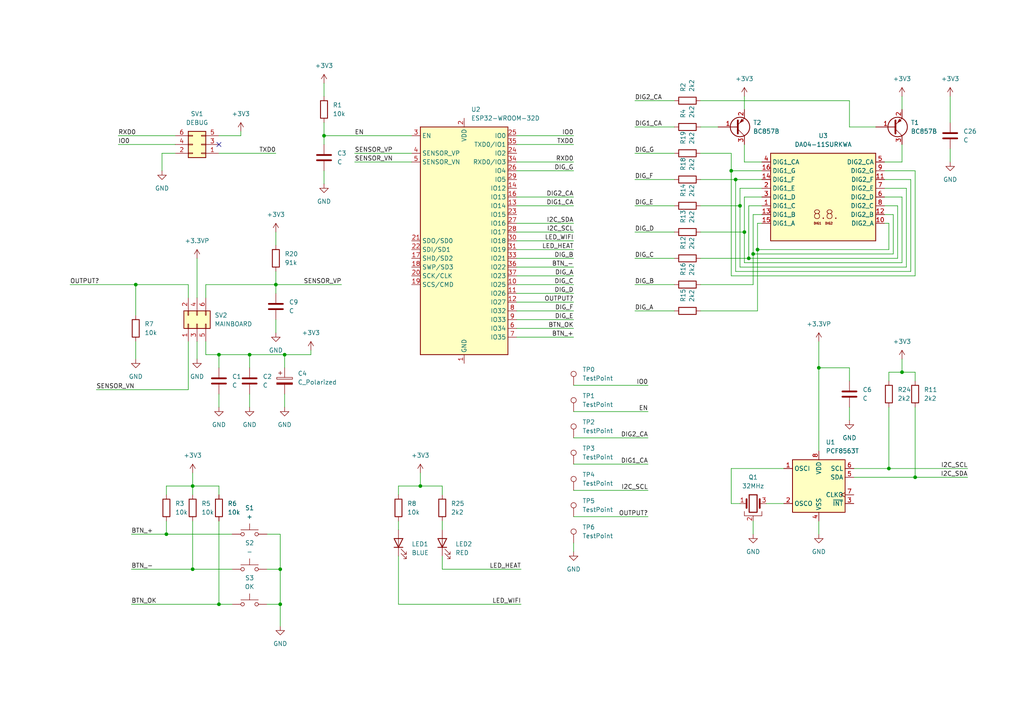
<source format=kicad_sch>
(kicad_sch (version 20230121) (generator eeschema)
  (paper "A4")
  (title_block (title "Adax ESP32 Carrier Board") (date "2022-01-28") (rev "1") (company "James Turton") (comment 1 "Reverse engineered from version 5.2"))
  (lib_symbols
    (symbol "Connector:TestPoint" (pin_numbers hide) (pin_names (offset 0.762) hide)
      (property "Reference" "TP" (at 0 6.858 0))
      (property "Value" "TestPoint" (at 0 5.08 0))
      (symbol "TestPoint_0_1"
        (circle (center 0 3.302) (radius 0.762))
      )
      (symbol "TestPoint_1_1"
        (pin passive line (at 0 0 90) (length 2.54) (name "1") (number "1"))
      )
    )
    (symbol "Connector_Generic:Conn_02x03_Odd_Even" (pin_names (offset 1.016) hide)
      (property "Reference" "J" (at 1.27 5.08 0))
      (property "Value" "Conn_02x03_Odd_Even" (at 1.27 -5.08 0))
      (symbol "Conn_02x03_Odd_Even_1_1"
        (rectangle (start -1.27 -2.413) (end 0 -2.667) (stroke (width 0.1524)))
        (rectangle (start -1.27 0.127) (end 0 -0.127) (stroke (width 0.1524)))
        (rectangle (start -1.27 2.667) (end 0 2.413) (stroke (width 0.1524)))
        (rectangle (start -1.27 3.81) (end 3.81 -3.81) (stroke (width 0.254)) (fill (type background)))
        (rectangle (start 3.81 -2.413) (end 2.54 -2.667) (stroke (width 0.1524)))
        (rectangle (start 3.81 0.127) (end 2.54 -0.127) (stroke (width 0.1524)))
        (rectangle (start 3.81 2.667) (end 2.54 2.413) (stroke (width 0.1524)))
        (pin passive line (at -5.08 2.54 0) (length 3.81) (name "Pin_1") (number "1"))
        (pin passive line (at 7.62 2.54 180) (length 3.81) (name "Pin_2") (number "2"))
        (pin passive line (at -5.08 0 0) (length 3.81) (name "Pin_3") (number "3"))
        (pin passive line (at 7.62 0 180) (length 3.81) (name "Pin_4") (number "4"))
        (pin passive line (at -5.08 -2.54 0) (length 3.81) (name "Pin_5") (number "5"))
        (pin passive line (at 7.62 -2.54 180) (length 3.81) (name "Pin_6") (number "6"))
      )
    )
    (symbol "Device:C" (pin_numbers hide) (pin_names (offset 0.254))
      (property "Reference" "C" (at 0.635 2.54 0))
      (property "Value" "C" (at 0.635 -2.54 0))
      (symbol "C_0_1"
        (polyline (pts (xy -2.032 -0.762) (xy 2.032 -0.762)) (stroke (width 0.508)))
        (polyline (pts (xy -2.032 0.762) (xy 2.032 0.762)) (stroke (width 0.508)))
      )
      (symbol "C_1_1"
        (pin passive line (at 0 3.81 270) (length 2.794) (name "~") (number "1"))
        (pin passive line (at 0 -3.81 90) (length 2.794) (name "~") (number "2"))
      )
    )
    (symbol "Device:C_Polarized" (pin_numbers hide) (pin_names (offset 0.254))
      (property "Reference" "C" (at 0.635 2.54 0))
      (property "Value" "C_Polarized" (at 0.635 -2.54 0))
      (symbol "C_Polarized_0_1"
        (rectangle (start -2.286 0.508) (end 2.286 1.016))
        (polyline (pts (xy -1.778 2.286) (xy -0.762 2.286)))
        (polyline (pts (xy -1.27 2.794) (xy -1.27 1.778)))
        (rectangle (start 2.286 -0.508) (end -2.286 -1.016) (fill (type outline)))
      )
      (symbol "C_Polarized_1_1"
        (pin passive line (at 0 3.81 270) (length 2.794) (name "~") (number "1"))
        (pin passive line (at 0 -3.81 90) (length 2.794) (name "~") (number "2"))
      )
    )
    (symbol "Device:Crystal_GND2" (pin_names (offset 1.016) hide)
      (property "Reference" "Y" (at 0 5.715 0))
      (property "Value" "Crystal_GND2" (at 0 3.81 0))
      (symbol "Crystal_GND2_0_1"
        (rectangle (start -1.143 2.54) (end 1.143 -2.54) (stroke (width 0.3048)))
        (polyline (pts (xy -2.54 0) (xy -1.905 0)))
        (polyline (pts (xy -1.905 -1.27) (xy -1.905 1.27)) (stroke (width 0.508)))
        (polyline (pts (xy 0 -3.81) (xy 0 -3.556)))
        (polyline (pts (xy 1.905 0) (xy 2.54 0)))
        (polyline (pts (xy 1.905 1.27) (xy 1.905 -1.27)) (stroke (width 0.508)))
        (polyline (pts (xy -2.54 -2.286) (xy -2.54 -3.556) (xy 2.54 -3.556) (xy 2.54 -2.286)))
      )
      (symbol "Crystal_GND2_1_1"
        (pin passive line (at -3.81 0 0) (length 1.27) (name "1") (number "1"))
        (pin passive line (at 0 -5.08 90) (length 1.27) (name "2") (number "2"))
        (pin passive line (at 3.81 0 180) (length 1.27) (name "3") (number "3"))
      )
    )
    (symbol "Device:LED" (pin_numbers hide) (pin_names (offset 1.016) hide)
      (property "Reference" "D" (at 0 2.54 0))
      (property "Value" "LED" (at 0 -2.54 0))
      (symbol "LED_0_1"
        (polyline (pts (xy -1.27 -1.27) (xy -1.27 1.27)) (stroke (width 0.254)))
        (polyline (pts (xy -1.27 0) (xy 1.27 0)))
        (polyline (pts (xy 1.27 -1.27) (xy 1.27 1.27) (xy -1.27 0) (xy 1.27 -1.27)) (stroke (width 0.254)))
        (polyline (pts (xy -3.048 -0.762) (xy -4.572 -2.286) (xy -3.81 -2.286) (xy -4.572 -2.286) (xy -4.572 -1.524)))
        (polyline (pts (xy -1.778 -0.762) (xy -3.302 -2.286) (xy -2.54 -2.286) (xy -3.302 -2.286) (xy -3.302 -1.524)))
      )
      (symbol "LED_1_1"
        (pin passive line (at -3.81 0 0) (length 2.54) (name "K") (number "1"))
        (pin passive line (at 3.81 0 180) (length 2.54) (name "A") (number "2"))
      )
    )
    (symbol "Device:Q_PNP_BEC" (pin_names (offset 0) hide)
      (property "Reference" "Q" (at 5.08 1.27 0))
      (property "Value" "Q_PNP_BEC" (at 5.08 -1.27 0))
      (symbol "Q_PNP_BEC_0_1"
        (polyline (pts (xy 0.635 0.635) (xy 2.54 2.54)))
        (polyline (pts (xy 0.635 -0.635) (xy 2.54 -2.54) (xy 2.54 -2.54)))
        (polyline (pts (xy 0.635 1.905) (xy 0.635 -1.905) (xy 0.635 -1.905)) (stroke (width 0.508)))
        (polyline (pts (xy 2.286 -1.778) (xy 1.778 -2.286) (xy 1.27 -1.27) (xy 2.286 -1.778) (xy 2.286 -1.778)) (fill (type outline)))
        (circle (center 1.27 0) (radius 2.8194) (stroke (width 0.254)))
      )
      (symbol "Q_PNP_BEC_1_1"
        (pin input line (at -5.08 0 0) (length 5.715) (name "B") (number "1"))
        (pin passive line (at 2.54 -5.08 90) (length 2.54) (name "E") (number "2"))
        (pin passive line (at 2.54 5.08 270) (length 2.54) (name "C") (number "3"))
      )
    )
    (symbol "Device:R" (pin_numbers hide) (pin_names (offset 0))
      (property "Reference" "R" (at 2.032 0 90))
      (property "Value" "R" (at 0 0 90))
      (symbol "R_0_1"
        (rectangle (start -1.016 -2.54) (end 1.016 2.54) (stroke (width 0.254)))
      )
      (symbol "R_1_1"
        (pin passive line (at 0 3.81 270) (length 1.27) (name "~") (number "1"))
        (pin passive line (at 0 -3.81 90) (length 1.27) (name "~") (number "2"))
      )
    )
    (symbol "Display_Character:DA04-11SURKWA"
      (property "Reference" "U" (at -13.97 13.97 0))
      (property "Value" "DA04-11SURKWA" (at 15.24 13.97 0))
      (symbol "DA04-11SURKWA_0_0"
        (text "8.8." (at 0.635 5.08 0) (effects (font (size 2.54 2.54))))
        (text "DIG1" (at -1.651 7.62 0) (effects (font (size 0.635 0.635))))
        (text "DIG2" (at 1.651 7.62 0) (effects (font (size 0.635 0.635))))
      )
      (symbol "DA04-11SURKWA_0_1"
        (rectangle (start -15.24 12.7) (end 15.24 -12.7) (stroke (width 0.254)) (fill (type background)))
      )
      (symbol "DA04-11SURKWA_1_1"
        (pin input line (at -17.78 2.54 0) (length 2.54) (name "DIG1_C") (number "1"))
        (pin input line (at 17.78 7.62 180) (length 2.54) (name "DIG2_A") (number "10"))
        (pin input line (at 17.78 -5.08 180) (length 2.54) (name "DIG2_F") (number "11"))
        (pin input line (at 17.78 5.08 180) (length 2.54) (name "DIG2_B") (number "12"))
        (pin input line (at -17.78 5.08 0) (length 2.54) (name "DIG1_B") (number "13"))
        (pin input line (at -17.78 -5.08 0) (length 2.54) (name "DIG1_F") (number "14"))
        (pin input line (at -17.78 7.62 0) (length 2.54) (name "DIG1_A") (number "15"))
        (pin input line (at -17.78 -7.62 0) (length 2.54) (name "DIG1_G") (number "16"))
        (pin input line (at -17.78 -2.54 0) (length 2.54) (name "DIG1_E") (number "2"))
        (pin input line (at -17.78 0 0) (length 2.54) (name "DIG1_D") (number "3"))
        (pin input line (at -17.78 -10.16 0) (length 2.54) (name "DIG1_CA") (number "4"))
        (pin input line (at 17.78 -10.16 180) (length 2.54) (name "DIG2_CA") (number "5"))
        (pin input line (at 17.78 0 180) (length 2.54) (name "DIG2_D") (number "6"))
        (pin input line (at 17.78 -2.54 180) (length 2.54) (name "DIG2_E") (number "7"))
        (pin input line (at 17.78 2.54 180) (length 2.54) (name "DIG2_C") (number "8"))
        (pin input line (at 17.78 -7.62 180) (length 2.54) (name "DIG2_G") (number "9"))
      )
    )
    (symbol "RF_Module:ESP32-WROOM-32D"
      (property "Reference" "U" (at -12.7 34.29 0))
      (property "Value" "ESP32-WROOM-32D" (at 1.27 34.29 0))
      (symbol "ESP32-WROOM-32D_0_1"
        (rectangle (start -12.7 33.02) (end 12.7 -33.02) (stroke (width 0.254)) (fill (type background)))
      )
      (symbol "ESP32-WROOM-32D_1_1"
        (pin power_in line (at 0 -35.56 90) (length 2.54) (name "GND") (number "1"))
        (pin bidirectional line (at 15.24 -12.7 180) (length 2.54) (name "IO25") (number "10"))
        (pin bidirectional line (at 15.24 -15.24 180) (length 2.54) (name "IO26") (number "11"))
        (pin bidirectional line (at 15.24 -17.78 180) (length 2.54) (name "IO27") (number "12"))
        (pin bidirectional line (at 15.24 10.16 180) (length 2.54) (name "IO14") (number "13"))
        (pin bidirectional line (at 15.24 15.24 180) (length 2.54) (name "IO12") (number "14"))
        (pin passive line (at 0 -35.56 90) (length 2.54) hide (name "GND") (number "15"))
        (pin bidirectional line (at 15.24 12.7 180) (length 2.54) (name "IO13") (number "16"))
        (pin bidirectional line (at -15.24 -5.08 0) (length 2.54) (name "SHD/SD2") (number "17"))
        (pin bidirectional line (at -15.24 -7.62 0) (length 2.54) (name "SWP/SD3") (number "18"))
        (pin bidirectional line (at -15.24 -12.7 0) (length 2.54) (name "SCS/CMD") (number "19"))
        (pin power_in line (at 0 35.56 270) (length 2.54) (name "VDD") (number "2"))
        (pin bidirectional line (at -15.24 -10.16 0) (length 2.54) (name "SCK/CLK") (number "20"))
        (pin bidirectional line (at -15.24 0 0) (length 2.54) (name "SDO/SD0") (number "21"))
        (pin bidirectional line (at -15.24 -2.54 0) (length 2.54) (name "SDI/SD1") (number "22"))
        (pin bidirectional line (at 15.24 7.62 180) (length 2.54) (name "IO15") (number "23"))
        (pin bidirectional line (at 15.24 25.4 180) (length 2.54) (name "IO2") (number "24"))
        (pin bidirectional line (at 15.24 30.48 180) (length 2.54) (name "IO0") (number "25"))
        (pin bidirectional line (at 15.24 20.32 180) (length 2.54) (name "IO4") (number "26"))
        (pin bidirectional line (at 15.24 5.08 180) (length 2.54) (name "IO16") (number "27"))
        (pin bidirectional line (at 15.24 2.54 180) (length 2.54) (name "IO17") (number "28"))
        (pin bidirectional line (at 15.24 17.78 180) (length 2.54) (name "IO5") (number "29"))
        (pin input line (at -15.24 30.48 0) (length 2.54) (name "EN") (number "3"))
        (pin bidirectional line (at 15.24 0 180) (length 2.54) (name "IO18") (number "30"))
        (pin bidirectional line (at 15.24 -2.54 180) (length 2.54) (name "IO19") (number "31"))
        (pin no_connect line (at -12.7 -27.94 0) (length 2.54) hide (name "NC") (number "32"))
        (pin bidirectional line (at 15.24 -5.08 180) (length 2.54) (name "IO21") (number "33"))
        (pin bidirectional line (at 15.24 22.86 180) (length 2.54) (name "RXD0/IO3") (number "34"))
        (pin bidirectional line (at 15.24 27.94 180) (length 2.54) (name "TXD0/IO1") (number "35"))
        (pin bidirectional line (at 15.24 -7.62 180) (length 2.54) (name "IO22") (number "36"))
        (pin bidirectional line (at 15.24 -10.16 180) (length 2.54) (name "IO23") (number "37"))
        (pin passive line (at 0 -35.56 90) (length 2.54) hide (name "GND") (number "38"))
        (pin passive line (at 0 -35.56 90) (length 2.54) hide (name "GND") (number "39"))
        (pin input line (at -15.24 25.4 0) (length 2.54) (name "SENSOR_VP") (number "4"))
        (pin input line (at -15.24 22.86 0) (length 2.54) (name "SENSOR_VN") (number "5"))
        (pin input line (at 15.24 -25.4 180) (length 2.54) (name "IO34") (number "6"))
        (pin input line (at 15.24 -27.94 180) (length 2.54) (name "IO35") (number "7"))
        (pin bidirectional line (at 15.24 -20.32 180) (length 2.54) (name "IO32") (number "8"))
        (pin bidirectional line (at 15.24 -22.86 180) (length 2.54) (name "IO33") (number "9"))
      )
    )
    (symbol "Switch:SW_Push" (pin_numbers hide) (pin_names (offset 1.016) hide)
      (property "Reference" "SW" (at 1.27 2.54 0))
      (property "Value" "SW_Push" (at 0 -1.524 0))
      (symbol "SW_Push_0_1"
        (circle (center -2.032 0) (radius 0.508))
        (polyline (pts (xy 0 1.27) (xy 0 3.048)))
        (polyline (pts (xy 2.54 1.27) (xy -2.54 1.27)))
        (circle (center 2.032 0) (radius 0.508))
        (pin passive line (at -5.08 0 0) (length 2.54) (name "1") (number "1"))
        (pin passive line (at 5.08 0 180) (length 2.54) (name "2") (number "2"))
      )
    )
    (symbol "Timer_RTC:PCF8563T"
      (property "Reference" "U" (at -7.62 8.89 0))
      (property "Value" "PCF8563T" (at 2.54 8.89 0))
      (symbol "PCF8563T_0_1"
        (rectangle (start -7.62 7.62) (end 7.62 -7.62) (stroke (width 0.254)) (fill (type background)))
      )
      (symbol "PCF8563T_1_1"
        (pin input line (at -10.16 5.08 0) (length 2.54) (name "OSCI") (number "1"))
        (pin output line (at -10.16 -5.08 0) (length 2.54) (name "OSCO") (number "2"))
        (pin output line (at 10.16 -5.08 180) (length 2.54) (name "~{INT}") (number "3"))
        (pin power_in line (at 0 -10.16 90) (length 2.54) (name "VSS") (number "4"))
        (pin bidirectional line (at 10.16 2.54 180) (length 2.54) (name "SDA") (number "5"))
        (pin input line (at 10.16 5.08 180) (length 2.54) (name "SCL") (number "6"))
        (pin output clock (at 10.16 -2.54 180) (length 2.54) (name "CLKO") (number "7"))
        (pin power_in line (at 0 10.16 270) (length 2.54) (name "VDD") (number "8"))
      )
    )
    (symbol "power:+3.3VP" (power) (pin_names (offset 0))
      (property "Value" "+3.3VP" (at 0 2.54 0))
      (symbol "+3.3VP_0_0"
        (pin power_in line (at 0 0 90) (length 0) hide (name "+3.3VP") (number "1"))
      )
      (symbol "+3.3VP_0_1"
        (polyline (pts (xy -0.762 1.27) (xy 0 2.54)))
        (polyline (pts (xy 0 0) (xy 0 2.54)))
        (polyline (pts (xy 0 2.54) (xy 0.762 1.27)))
      )
    )
    (symbol "power:+3V3" (power) (pin_names (offset 0))
      (property "Value" "+3V3" (at 0 3.556 0))
      (symbol "+3V3_0_1"
        (polyline (pts (xy -0.762 1.27) (xy 0 2.54)))
        (polyline (pts (xy 0 0) (xy 0 2.54)))
        (polyline (pts (xy 0 2.54) (xy 0.762 1.27)))
      )
      (symbol "+3V3_1_1"
        (pin power_in line (at 0 0 90) (length 0) hide (name "+3V3") (number "1"))
      )
    )
    (symbol "power:GND" (power) (pin_names (offset 0))
      (property "Value" "GND" (at 0 -3.81 0))
      (symbol "GND_0_1"
        (polyline (pts (xy 0 0) (xy 0 -1.27) (xy 1.27 -1.27) (xy 0 -2.54) (xy -1.27 -1.27) (xy 0 -1.27)))
      )
      (symbol "GND_1_1"
        (pin power_in line (at 0 0 270) (length 0) hide (name "GND") (number "1"))
      )
    )
  )
  (junction (at 63.5 102.87))
  (junction (at 213.36 52.07))
  (junction (at 219.71 72.39))
  (junction (at 82.55 102.87))
  (junction (at 215.9 67.31))
  (junction (at 214.63 59.69))
  (junction (at 93.98 39.37))
  (junction (at 81.28 175.26))
  (junction (at 63.5 175.26))
  (junction (at 218.44 73.66))
  (junction (at 55.88 165.1))
  (junction (at 72.39 102.87))
  (junction (at 121.92 140.97))
  (junction (at 257.81 135.89))
  (junction (at 55.88 140.97))
  (junction (at 261.62 107.95))
  (junction (at 265.43 138.43))
  (junction (at 212.09 49.53))
  (junction (at 81.28 165.1))
  (junction (at 39.37 82.55))
  (junction (at 217.17 74.93))
  (junction (at 48.26 154.94))
  (junction (at 237.49 106.68))
  (junction (at 80.01 82.55))
  (no_connect (at 63.5 41.91))
  (wire (pts (xy 80.01 92.71) (xy 80.01 96.52)))
  (wire (pts (xy 59.69 99.06) (xy 59.69 102.87)))
  (wire (pts (xy 38.1 154.94) (xy 48.26 154.94)))
  (wire (pts (xy 260.35 59.69) (xy 256.54 59.69)))
  (wire (pts (xy 115.57 161.29) (xy 115.57 175.26)))
  (wire (pts (xy 121.92 140.97) (xy 128.27 140.97)))
  (wire (pts (xy 212.09 146.05) (xy 214.63 146.05)))
  (wire (pts (xy 237.49 130.81) (xy 237.49 106.68)))
  (wire (pts (xy 220.98 62.23) (xy 218.44 62.23)))
  (wire (pts (xy 93.98 39.37) (xy 93.98 41.91)))
  (wire (pts (xy 212.09 80.01) (xy 265.43 80.01)))
  (wire (pts (xy 93.98 39.37) (xy 119.38 39.37)))
  (wire (pts (xy 77.47 175.26) (xy 81.28 175.26)))
  (wire (pts (xy 213.36 78.74) (xy 264.16 78.74)))
  (wire (pts (xy 215.9 57.15) (xy 215.9 67.31)))
  (wire (pts (xy 149.86 64.77) (xy 166.37 64.77)))
  (wire (pts (xy 149.86 46.99) (xy 166.37 46.99)))
  (wire (pts (xy 63.5 114.3) (xy 63.5 118.11)))
  (wire (pts (xy 203.2 90.17) (xy 219.71 90.17)))
  (wire (pts (xy 256.54 46.99) (xy 261.62 46.99)))
  (wire (pts (xy 93.98 24.13) (xy 93.98 27.94)))
  (wire (pts (xy 203.2 44.45) (xy 212.09 44.45)))
  (wire (pts (xy 265.43 138.43) (xy 280.67 138.43)))
  (wire (pts (xy 128.27 161.29) (xy 128.27 165.1)))
  (wire (pts (xy 247.65 135.89) (xy 257.81 135.89)))
  (wire (pts (xy 203.2 74.93) (xy 217.17 74.93)))
  (wire (pts (xy 237.49 106.68) (xy 237.49 99.06)))
  (wire (pts (xy 77.47 154.94) (xy 81.28 154.94)))
  (wire (pts (xy 34.29 41.91) (xy 50.8 41.91)))
  (wire (pts (xy 220.98 49.53) (xy 212.09 49.53)))
  (wire (pts (xy 48.26 154.94) (xy 67.31 154.94)))
  (wire (pts (xy 212.09 49.53) (xy 212.09 80.01)))
  (wire (pts (xy 257.81 118.11) (xy 257.81 135.89)))
  (wire (pts (xy 275.59 43.18) (xy 275.59 46.99)))
  (wire (pts (xy 184.15 67.31) (xy 195.58 67.31)))
  (wire (pts (xy 217.17 59.69) (xy 217.17 74.93)))
  (wire (pts (xy 166.37 87.63) (xy 149.86 87.63)))
  (wire (pts (xy 149.86 41.91) (xy 166.37 41.91)))
  (wire (pts (xy 166.37 157.48) (xy 166.37 160.02)))
  (wire (pts (xy 46.99 44.45) (xy 46.99 49.53)))
  (wire (pts (xy 259.08 62.23) (xy 256.54 62.23)))
  (wire (pts (xy 149.86 82.55) (xy 166.37 82.55)))
  (wire (pts (xy 77.47 165.1) (xy 81.28 165.1)))
  (wire (pts (xy 63.5 44.45) (xy 80.01 44.45)))
  (wire (pts (xy 63.5 102.87) (xy 63.5 106.68)))
  (wire (pts (xy 184.15 29.21) (xy 195.58 29.21)))
  (wire (pts (xy 261.62 46.99) (xy 261.62 41.91)))
  (wire (pts (xy 247.65 138.43) (xy 265.43 138.43)))
  (wire (pts (xy 80.01 82.55) (xy 99.06 82.55)))
  (wire (pts (xy 203.2 59.69) (xy 214.63 59.69)))
  (wire (pts (xy 215.9 41.91) (xy 215.9 46.99)))
  (wire (pts (xy 54.61 82.55) (xy 54.61 86.36)))
  (wire (pts (xy 215.9 27.94) (xy 215.9 31.75)))
  (wire (pts (xy 265.43 118.11) (xy 265.43 138.43)))
  (wire (pts (xy 80.01 78.74) (xy 80.01 82.55)))
  (wire (pts (xy 128.27 151.13) (xy 128.27 153.67)))
  (wire (pts (xy 203.2 52.07) (xy 213.36 52.07)))
  (wire (pts (xy 257.81 110.49) (xy 257.81 107.95)))
  (wire (pts (xy 149.86 74.93) (xy 166.37 74.93)))
  (wire (pts (xy 218.44 151.13) (xy 218.44 154.94)))
  (wire (pts (xy 102.87 46.99) (xy 119.38 46.99)))
  (wire (pts (xy 72.39 102.87) (xy 82.55 102.87)))
  (wire (pts (xy 82.55 102.87) (xy 82.55 106.68)))
  (wire (pts (xy 184.15 59.69) (xy 195.58 59.69)))
  (wire (pts (xy 48.26 143.51) (xy 48.26 140.97)))
  (wire (pts (xy 220.98 64.77) (xy 219.71 64.77)))
  (wire (pts (xy 264.16 52.07) (xy 256.54 52.07)))
  (wire (pts (xy 90.17 102.87) (xy 90.17 101.6)))
  (wire (pts (xy 220.98 59.69) (xy 217.17 59.69)))
  (wire (pts (xy 275.59 27.94) (xy 275.59 35.56)))
  (wire (pts (xy 128.27 140.97) (xy 128.27 143.51)))
  (wire (pts (xy 55.88 140.97) (xy 55.88 137.16)))
  (wire (pts (xy 59.69 86.36) (xy 59.69 82.55)))
  (wire (pts (xy 256.54 57.15) (xy 261.62 57.15)))
  (wire (pts (xy 203.2 67.31) (xy 215.9 67.31)))
  (wire (pts (xy 38.1 165.1) (xy 55.88 165.1)))
  (wire (pts (xy 115.57 175.26) (xy 151.13 175.26)))
  (wire (pts (xy 220.98 54.61) (xy 214.63 54.61)))
  (wire (pts (xy 48.26 140.97) (xy 55.88 140.97)))
  (wire (pts (xy 57.15 99.06) (xy 57.15 104.14)))
  (wire (pts (xy 261.62 27.94) (xy 261.62 31.75)))
  (wire (pts (xy 81.28 175.26) (xy 81.28 181.61)))
  (wire (pts (xy 259.08 73.66) (xy 259.08 62.23)))
  (wire (pts (xy 166.37 77.47) (xy 149.86 77.47)))
  (wire (pts (xy 257.81 72.39) (xy 257.81 64.77)))
  (wire (pts (xy 246.38 118.11) (xy 246.38 121.92)))
  (wire (pts (xy 215.9 76.2) (xy 261.62 76.2)))
  (wire (pts (xy 102.87 44.45) (xy 119.38 44.45)))
  (wire (pts (xy 63.5 140.97) (xy 55.88 140.97)))
  (wire (pts (xy 59.69 82.55) (xy 80.01 82.55)))
  (wire (pts (xy 166.37 134.62) (xy 187.96 134.62)))
  (wire (pts (xy 149.86 49.53) (xy 166.37 49.53)))
  (wire (pts (xy 82.55 114.3) (xy 82.55 118.11)))
  (wire (pts (xy 63.5 151.13) (xy 63.5 175.26)))
  (wire (pts (xy 166.37 95.25) (xy 149.86 95.25)))
  (wire (pts (xy 212.09 146.05) (xy 212.09 135.89)))
  (wire (pts (xy 203.2 36.83) (xy 208.28 36.83)))
  (wire (pts (xy 166.37 39.37) (xy 149.86 39.37)))
  (wire (pts (xy 166.37 149.86) (xy 187.96 149.86)))
  (wire (pts (xy 166.37 127) (xy 187.96 127)))
  (wire (pts (xy 220.98 52.07) (xy 213.36 52.07)))
  (wire (pts (xy 166.37 142.24) (xy 187.96 142.24)))
  (wire (pts (xy 215.9 67.31) (xy 215.9 76.2)))
  (wire (pts (xy 262.89 77.47) (xy 262.89 54.61)))
  (wire (pts (xy 149.86 92.71) (xy 166.37 92.71)))
  (wire (pts (xy 80.01 82.55) (xy 80.01 85.09)))
  (wire (pts (xy 81.28 154.94) (xy 81.28 165.1)))
  (wire (pts (xy 63.5 143.51) (xy 63.5 140.97)))
  (wire (pts (xy 46.99 44.45) (xy 50.8 44.45)))
  (wire (pts (xy 55.88 140.97) (xy 55.88 143.51)))
  (wire (pts (xy 218.44 82.55) (xy 218.44 73.66)))
  (wire (pts (xy 261.62 76.2) (xy 261.62 57.15)))
  (wire (pts (xy 166.37 90.17) (xy 149.86 90.17)))
  (wire (pts (xy 80.01 67.31) (xy 80.01 71.12)))
  (wire (pts (xy 63.5 39.37) (xy 69.85 39.37)))
  (wire (pts (xy 184.15 52.07) (xy 195.58 52.07)))
  (wire (pts (xy 38.1 175.26) (xy 63.5 175.26)))
  (wire (pts (xy 220.98 57.15) (xy 215.9 57.15)))
  (wire (pts (xy 166.37 97.79) (xy 149.86 97.79)))
  (wire (pts (xy 213.36 52.07) (xy 213.36 78.74)))
  (wire (pts (xy 93.98 35.56) (xy 93.98 39.37)))
  (wire (pts (xy 219.71 90.17) (xy 219.71 72.39)))
  (wire (pts (xy 115.57 151.13) (xy 115.57 153.67)))
  (wire (pts (xy 39.37 99.06) (xy 39.37 104.14)))
  (wire (pts (xy 149.86 72.39) (xy 166.37 72.39)))
  (wire (pts (xy 166.37 57.15) (xy 149.86 57.15)))
  (wire (pts (xy 149.86 59.69) (xy 166.37 59.69)))
  (wire (pts (xy 219.71 64.77) (xy 219.71 72.39)))
  (wire (pts (xy 184.15 44.45) (xy 195.58 44.45)))
  (wire (pts (xy 265.43 80.01) (xy 265.43 49.53)))
  (wire (pts (xy 128.27 165.1) (xy 151.13 165.1)))
  (wire (pts (xy 203.2 29.21) (xy 246.38 29.21)))
  (wire (pts (xy 81.28 165.1) (xy 81.28 175.26)))
  (wire (pts (xy 184.15 82.55) (xy 195.58 82.55)))
  (wire (pts (xy 222.25 146.05) (xy 227.33 146.05)))
  (wire (pts (xy 237.49 151.13) (xy 237.49 154.94)))
  (wire (pts (xy 261.62 104.14) (xy 261.62 107.95)))
  (wire (pts (xy 184.15 74.93) (xy 195.58 74.93)))
  (wire (pts (xy 214.63 54.61) (xy 214.63 59.69)))
  (wire (pts (xy 63.5 175.26) (xy 67.31 175.26)))
  (wire (pts (xy 260.35 74.93) (xy 260.35 59.69)))
  (wire (pts (xy 215.9 46.99) (xy 220.98 46.99)))
  (wire (pts (xy 265.43 107.95) (xy 265.43 110.49)))
  (wire (pts (xy 27.94 113.03) (xy 54.61 113.03)))
  (wire (pts (xy 50.8 39.37) (xy 34.29 39.37)))
  (wire (pts (xy 214.63 59.69) (xy 214.63 77.47)))
  (wire (pts (xy 257.81 107.95) (xy 261.62 107.95)))
  (wire (pts (xy 82.55 102.87) (xy 90.17 102.87)))
  (wire (pts (xy 246.38 36.83) (xy 254 36.83)))
  (wire (pts (xy 218.44 73.66) (xy 259.08 73.66)))
  (wire (pts (xy 57.15 86.36) (xy 57.15 74.93)))
  (wire (pts (xy 212.09 44.45) (xy 212.09 49.53)))
  (wire (pts (xy 55.88 151.13) (xy 55.88 165.1)))
  (wire (pts (xy 184.15 90.17) (xy 195.58 90.17)))
  (wire (pts (xy 115.57 140.97) (xy 121.92 140.97)))
  (wire (pts (xy 48.26 151.13) (xy 48.26 154.94)))
  (wire (pts (xy 237.49 106.68) (xy 246.38 106.68)))
  (wire (pts (xy 55.88 165.1) (xy 67.31 165.1)))
  (wire (pts (xy 93.98 49.53) (xy 93.98 53.34)))
  (wire (pts (xy 149.86 69.85) (xy 166.37 69.85)))
  (wire (pts (xy 69.85 39.37) (xy 69.85 38.1)))
  (wire (pts (xy 20.32 82.55) (xy 39.37 82.55)))
  (wire (pts (xy 219.71 72.39) (xy 257.81 72.39)))
  (wire (pts (xy 246.38 106.68) (xy 246.38 110.49)))
  (wire (pts (xy 149.86 85.09) (xy 166.37 85.09)))
  (wire (pts (xy 184.15 36.83) (xy 195.58 36.83)))
  (wire (pts (xy 39.37 91.44) (xy 39.37 82.55)))
  (wire (pts (xy 39.37 82.55) (xy 54.61 82.55)))
  (wire (pts (xy 149.86 67.31) (xy 166.37 67.31)))
  (wire (pts (xy 217.17 74.93) (xy 260.35 74.93)))
  (wire (pts (xy 54.61 113.03) (xy 54.61 99.06)))
  (wire (pts (xy 166.37 111.76) (xy 187.96 111.76)))
  (wire (pts (xy 166.37 80.01) (xy 149.86 80.01)))
  (wire (pts (xy 72.39 114.3) (xy 72.39 118.11)))
  (wire (pts (xy 212.09 135.89) (xy 227.33 135.89)))
  (wire (pts (xy 261.62 107.95) (xy 265.43 107.95)))
  (wire (pts (xy 59.69 102.87) (xy 63.5 102.87)))
  (wire (pts (xy 246.38 29.21) (xy 246.38 36.83)))
  (wire (pts (xy 218.44 62.23) (xy 218.44 73.66)))
  (wire (pts (xy 121.92 137.16) (xy 121.92 140.97)))
  (wire (pts (xy 166.37 119.38) (xy 187.96 119.38)))
  (wire (pts (xy 115.57 143.51) (xy 115.57 140.97)))
  (wire (pts (xy 63.5 102.87) (xy 72.39 102.87)))
  (wire (pts (xy 72.39 102.87) (xy 72.39 106.68)))
  (wire (pts (xy 265.43 49.53) (xy 256.54 49.53)))
  (wire (pts (xy 257.81 64.77) (xy 256.54 64.77)))
  (wire (pts (xy 214.63 77.47) (xy 262.89 77.47)))
  (wire (pts (xy 257.81 135.89) (xy 280.67 135.89)))
  (wire (pts (xy 262.89 54.61) (xy 256.54 54.61)))
  (wire (pts (xy 264.16 78.74) (xy 264.16 52.07)))
  (wire (pts (xy 203.2 82.55) (xy 218.44 82.55)))
  (label "DIG2_CA" (at 184.15 29.21 0))
  (label "LED_WIFI" (at 151.13 175.26 180))
  (label "DIG_A" (at 184.15 90.17 0))
  (label "BTN_OK" (at 38.1 175.26 0))
  (label "DIG_G" (at 166.37 49.53 180))
  (label "IO0" (at 166.37 39.37 180))
  (label "DIG_F" (at 166.37 90.17 180))
  (label "SENSOR_VP" (at 99.06 82.55 180))
  (label "SENSOR_VN" (at 27.94 113.03 0))
  (label "DIG_D" (at 166.37 85.09 180))
  (label "I2C_SCL" (at 166.37 67.31 180))
  (label "DIG2_CA" (at 187.96 127 180))
  (label "EN" (at 102.87 39.37 0))
  (label "IO0" (at 187.96 111.76 180))
  (label "I2C_SCL" (at 187.96 142.24 180))
  (label "OUTPUT?" (at 187.96 149.86 180))
  (label "DIG1_CA" (at 187.96 134.62 180))
  (label "BTN_+" (at 166.37 97.79 180))
  (label "I2C_SDA" (at 280.67 138.43 180))
  (label "LED_HEAT" (at 151.13 165.1 180))
  (label "DIG_B" (at 184.15 82.55 0))
  (label "LED_HEAT" (at 166.37 72.39 180))
  (label "DIG_C" (at 184.15 74.93 0))
  (label "RXD0" (at 34.29 39.37 0))
  (label "DIG_C" (at 166.37 82.55 180))
  (label "LED_WIFI" (at 166.37 69.85 180))
  (label "DIG_A" (at 166.37 80.01 180))
  (label "OUTPUT?" (at 20.32 82.55 0))
  (label "DIG_B" (at 166.37 74.93 180))
  (label "DIG_E" (at 166.37 92.71 180))
  (label "DIG2_CA" (at 166.37 57.15 180))
  (label "BTN_OK" (at 166.37 95.25 180))
  (label "SENSOR_VP" (at 102.87 44.45 0))
  (label "DIG1_CA" (at 166.37 59.69 180))
  (label "RXD0" (at 166.37 46.99 180))
  (label "DIG_D" (at 184.15 67.31 0))
  (label "BTN_-" (at 38.1 165.1 0))
  (label "TXD0" (at 80.01 44.45 180))
  (label "DIG_E" (at 184.15 59.69 0))
  (label "BTN_+" (at 38.1 154.94 0))
  (label "SENSOR_VN" (at 102.87 46.99 0))
  (label "DIG1_CA" (at 184.15 36.83 0))
  (label "DIG_G" (at 184.15 44.45 0))
  (label "DIG_F" (at 184.15 52.07 0))
  (label "OUTPUT?" (at 166.37 87.63 180))
  (label "EN" (at 187.96 119.38 180))
  (label "IO0" (at 34.29 41.91 0))
  (label "I2C_SCL" (at 280.67 135.89 180))
  (label "BTN_-" (at 166.37 77.47 180))
  (label "TXD0" (at 166.37 41.91 180))
  (label "I2C_SDA" (at 166.37 64.77 180))
  (symbol (lib_id "Device:C") (at 72.39 110.49 0) (unit 1)
    (property "Reference" "C2" (at 76.2 109.2199 0) (effects (justify left)))
    (property "Value" "C" (at 76.2 111.7599 0) (effects (justify left)))
  )
  (symbol (lib_id "power:GND") (at 63.5 118.11 0) (unit 1)
    (property "Reference" "#PWR06" (effects hide))
    (property "Value" "GND" (at 63.5 123.19 0))
  )
  (symbol (lib_id "power:+3V3") (at 69.85 38.1 0) (unit 1)
    (property "Reference" "#PWR07" (effects hide))
    (property "Value" "+3V3" (at 69.85 33.02 0))
  )
  (symbol (lib_id "Device:C") (at 275.59 39.37 0) (unit 1)
    (property "Reference" "C26" (at 279.4 38.0999 0) (effects (justify left)))
    (property "Value" "C" (at 279.4 40.6399 0) (effects (justify left)))
  )
  (symbol (lib_id "power:GND") (at 80.01 96.52 0) (unit 1)
    (property "Reference" "#PWR010" (effects hide))
    (property "Value" "GND" (at 80.01 101.6 0))
  )
  (symbol (lib_id "Connector:TestPoint") (at 166.37 134.62 0) (unit 1)
    (property "Reference" "TP3" (at 168.91 130.0479 0) (effects (justify left)))
    (property "Value" "TestPoint" (at 168.91 132.5879 0) (effects (justify left)))
  )
  (symbol (lib_id "Device:LED") (at 115.57 157.48 90) (unit 1)
    (property "Reference" "LED1" (at 119.38 157.7974 90) (effects (justify right)))
    (property "Value" "BLUE" (at 119.38 160.3374 90) (effects (justify right)))
  )
  (symbol (lib_id "Device:R") (at 257.81 114.3 0) (unit 1)
    (property "Reference" "R24" (at 260.35 113.0299 0) (effects (justify left)))
    (property "Value" "2k2" (at 260.35 115.5699 0) (effects (justify left)))
  )
  (symbol (lib_id "Device:R") (at 48.26 147.32 0) (unit 1)
    (property "Reference" "R3" (at 50.8 146.0499 0) (effects (justify left)))
    (property "Value" "10k" (at 50.8 148.5899 0) (effects (justify left)))
  )
  (symbol (lib_id "Connector:TestPoint") (at 166.37 127 0) (unit 1)
    (property "Reference" "TP2" (at 168.91 122.4279 0) (effects (justify left)))
    (property "Value" "TestPoint" (at 168.91 124.9679 0) (effects (justify left)))
  )
  (symbol (lib_id "Device:R") (at 199.39 44.45 90) (unit 1)
    (property "Reference" "R19" (at 198.1199 41.91 0) (effects (justify left)))
    (property "Value" "2k2" (at 200.6599 41.91 0) (effects (justify left)))
  )
  (symbol (lib_id "Connector:TestPoint") (at 166.37 157.48 0) (unit 1)
    (property "Reference" "TP6" (at 168.91 152.9079 0) (effects (justify left)))
    (property "Value" "TestPoint" (at 168.91 155.4479 0) (effects (justify left)))
  )
  (symbol (lib_id "power:GND") (at 93.98 53.34 0) (unit 1)
    (property "Reference" "#PWR015" (effects hide))
    (property "Value" "GND" (at 93.98 58.42 0))
  )
  (symbol (lib_id "power:GND") (at 275.59 46.99 0) (unit 1)
    (property "Reference" "#PWR025" (effects hide))
    (property "Value" "GND" (at 275.59 52.07 0))
  )
  (symbol (lib_id "power:+3V3") (at 93.98 24.13 0) (unit 1)
    (property "Reference" "#PWR014" (effects hide))
    (property "Value" "+3V3" (at 93.98 19.05 0))
  )
  (symbol (lib_id "Device:Crystal_GND2") (at 218.44 146.05 0) (unit 1)
    (property "Reference" "Q1" (at 218.44 138.43 0))
    (property "Value" "32MHz" (at 218.44 140.97 0))
  )
  (symbol (lib_id "Device:R") (at 199.39 29.21 90) (unit 1)
    (property "Reference" "R2" (at 198.1199 26.67 0) (effects (justify left)))
    (property "Value" "2k2" (at 200.6599 26.67 0) (effects (justify left)))
  )
  (symbol (lib_id "Device:R") (at 199.39 59.69 90) (unit 1)
    (property "Reference" "R14" (at 198.1199 57.15 0) (effects (justify left)))
    (property "Value" "2k2" (at 200.6599 57.15 0) (effects (justify left)))
  )
  (symbol (lib_id "Device:R") (at 55.88 147.32 0) (unit 1)
    (property "Reference" "R5" (at 58.42 146.0499 0) (effects (justify left)))
    (property "Value" "10k" (at 58.42 148.5899 0) (effects (justify left)))
  )
  (symbol (lib_id "Connector_Generic:Conn_02x03_Odd_Even") (at 57.15 93.98 90) (unit 1)
    (property "Reference" "SV2" (at 62.23 91.4399 90) (effects (justify right)))
    (property "Value" "MAINBOARD" (at 62.23 93.9799 90) (effects (justify right)))
  )
  (symbol (lib_id "Device:Q_PNP_BEC") (at 259.08 36.83 0) (mirror x) (unit 1)
    (property "Reference" "T1" (at 264.16 35.5599 0) (effects (justify left)))
    (property "Value" "BC857B" (at 264.16 38.0999 0) (effects (justify left)))
  )
  (symbol (lib_id "Device:R") (at 265.43 114.3 0) (unit 1)
    (property "Reference" "R11" (at 267.97 113.0299 0) (effects (justify left)))
    (property "Value" "2k2" (at 267.97 115.5699 0) (effects (justify left)))
  )
  (symbol (lib_id "power:GND") (at 46.99 49.53 0) (unit 1)
    (property "Reference" "#PWR02" (effects hide))
    (property "Value" "GND" (at 46.99 54.61 0))
  )
  (symbol (lib_id "Device:R") (at 128.27 147.32 0) (unit 1)
    (property "Reference" "R25" (at 130.81 146.0499 0) (effects (justify left)))
    (property "Value" "2k2" (at 130.81 148.5899 0) (effects (justify left)))
  )
  (symbol (lib_id "Connector_Generic:Conn_02x03_Odd_Even") (at 58.42 41.91 180) (unit 1)
    (property "Reference" "SV1" (at 57.15 33.02 0))
    (property "Value" "DEBUG" (at 57.15 35.56 0))
  )
  (symbol (lib_id "Device:C") (at 246.38 114.3 0) (unit 1)
    (property "Reference" "C6" (at 250.19 113.0299 0) (effects (justify left)))
    (property "Value" "C" (at 250.19 115.5699 0) (effects (justify left)))
  )
  (symbol (lib_id "Device:Q_PNP_BEC") (at 213.36 36.83 0) (mirror x) (unit 1)
    (property "Reference" "T2" (at 218.44 35.5599 0) (effects (justify left)))
    (property "Value" "BC857B" (at 218.44 38.0999 0) (effects (justify left)))
  )
  (symbol (lib_id "Device:R") (at 63.5 147.32 0) (unit 1)
    (property "Reference" "R6" (at 66.04 146.0499 0) (effects (justify left)))
    (property "Value" "10k" (at 66.04 148.5899 0) (effects (justify left)))
  )
  (symbol (lib_id "power:+3V3") (at 261.62 104.14 0) (unit 1)
    (property "Reference" "#PWR023" (effects hide))
    (property "Value" "+3V3" (at 261.62 99.06 0))
  )
  (symbol (lib_id "Device:C") (at 63.5 110.49 0) (unit 1)
    (property "Reference" "C1" (at 67.31 109.2199 0) (effects (justify left)))
    (property "Value" "C" (at 67.31 111.7599 0) (effects (justify left)))
  )
  (symbol (lib_id "Device:R") (at 199.39 67.31 90) (unit 1)
    (property "Reference" "R13" (at 198.1199 64.77 0) (effects (justify left)))
    (property "Value" "2k2" (at 200.6599 64.77 0) (effects (justify left)))
  )
  (symbol (lib_id "Device:R") (at 80.01 74.93 0) (unit 1)
    (property "Reference" "R20" (at 82.55 73.6599 0) (effects (justify left)))
    (property "Value" "91k" (at 82.55 76.1999 0) (effects (justify left)))
  )
  (symbol (lib_id "power:+3V3") (at 121.92 137.16 0) (unit 1)
    (property "Reference" "#PWR016" (effects hide))
    (property "Value" "+3V3" (at 121.92 132.08 0))
  )
  (symbol (lib_id "power:+3V3") (at 80.01 67.31 0) (unit 1)
    (property "Reference" "#PWR09" (effects hide))
    (property "Value" "+3V3" (at 80.01 62.23 0))
  )
  (symbol (lib_id "Device:C") (at 93.98 45.72 0) (unit 1)
    (property "Reference" "C3" (at 97.79 44.4499 0) (effects (justify left)))
    (property "Value" "C" (at 97.79 46.9899 0) (effects (justify left)))
  )
  (symbol (lib_id "Switch:SW_Push") (at 72.39 165.1 0) (unit 1)
    (property "Reference" "S2" (at 72.39 157.48 0))
    (property "Value" "-" (at 72.39 160.02 0))
  )
  (symbol (lib_id "power:+3V3") (at 90.17 101.6 0) (unit 1)
    (property "Reference" "#PWR013" (effects hide))
    (property "Value" "+3V3" (at 90.17 96.52 0))
  )
  (symbol (lib_id "RF_Module:ESP32-WROOM-32D") (at 134.62 69.85 0) (unit 1)
    (property "Reference" "U2" (at 136.6394 31.75 0) (effects (justify left)))
    (property "Value" "ESP32-WROOM-32D" (at 136.6394 34.29 0) (effects (justify left)))
    (property "Footprint" "RF_Module:ESP32-WROOM-32" (effects hide))
    (property "Datasheet" "https://www.espressif.com/sites/default/files/documentation/esp32-wroom-32d_esp32-wroom-32u_datasheet_en.pdf" (effects hide))
  )
  (symbol (lib_id "Connector:TestPoint") (at 166.37 149.86 0) (unit 1)
    (property "Reference" "TP5" (at 168.91 145.2879 0) (effects (justify left)))
    (property "Value" "TestPoint" (at 168.91 147.8279 0) (effects (justify left)))
  )
  (symbol (lib_id "power:+3.3VP") (at 57.15 74.93 0) (unit 1)
    (property "Reference" "#PWR04" (effects hide))
    (property "Value" "+3.3VP" (at 57.15 69.85 0))
  )
  (symbol (lib_id "Connector:TestPoint") (at 166.37 142.24 0) (unit 1)
    (property "Reference" "TP4" (at 168.91 137.6679 0) (effects (justify left)))
    (property "Value" "TestPoint" (at 168.91 140.2079 0) (effects (justify left)))
  )
  (symbol (lib_id "power:+3V3") (at 215.9 27.94 0) (unit 1)
    (property "Reference" "#PWR017" (effects hide))
    (property "Value" "+3V3" (at 215.9 22.86 0))
  )
  (symbol (lib_id "Device:R") (at 199.39 82.55 90) (unit 1)
    (property "Reference" "R16" (at 198.1199 80.01 0) (effects (justify left)))
    (property "Value" "2k2" (at 200.6599 80.01 0) (effects (justify left)))
  )
  (symbol (lib_id "Device:R") (at 199.39 90.17 90) (unit 1)
    (property "Reference" "R15" (at 198.1199 87.63 0) (effects (justify left)))
    (property "Value" "2k2" (at 200.6599 87.63 0) (effects (justify left)))
  )
  (symbol (lib_id "Device:R") (at 199.39 74.93 90) (unit 1)
    (property "Reference" "R12" (at 198.1199 72.39 0) (effects (justify left)))
    (property "Value" "2k2" (at 200.6599 72.39 0) (effects (justify left)))
  )
  (symbol (lib_id "power:+3V3") (at 275.59 27.94 0) (unit 1)
    (property "Reference" "#PWR024" (effects hide))
    (property "Value" "+3V3" (at 275.59 22.86 0))
  )
  (symbol (lib_id "Display_Character:DA04-11SURKWA") (at 238.76 57.15 0) (mirror x) (unit 1)
    (property "Reference" "U3" (at 238.76 39.37 0))
    (property "Value" "DA04-11SURKWA" (at 238.76 41.91 0))
    (property "Footprint" "Display_7Segment:DA04-11SURKWA" (effects hide))
    (property "Datasheet" "http://www.kingbright.com/attachments/file/psearch/000/00/00/DA04-11SURKWA(Ver.10A).pdf" (effects hide))
  )
  (symbol (lib_id "Device:R") (at 199.39 36.83 90) (unit 1)
    (property "Reference" "R4" (at 198.1199 34.29 0) (effects (justify left)))
    (property "Value" "2k2" (at 200.6599 34.29 0) (effects (justify left)))
  )
  (symbol (lib_id "Switch:SW_Push") (at 72.39 175.26 0) (unit 1)
    (property "Reference" "S3" (at 72.39 167.64 0))
    (property "Value" "OK" (at 72.39 170.18 0))
  )
  (symbol (lib_id "power:GND") (at 72.39 118.11 0) (unit 1)
    (property "Reference" "#PWR08" (effects hide))
    (property "Value" "GND" (at 72.39 123.19 0))
  )
  (symbol (lib_id "Device:C_Polarized") (at 82.55 110.49 0) (unit 1)
    (property "Reference" "C4" (at 86.36 108.3309 0) (effects (justify left)))
    (property "Value" "C_Polarized" (at 86.36 110.8709 0) (effects (justify left)))
  )
  (symbol (lib_id "power:GND") (at 81.28 181.61 0) (unit 1)
    (property "Reference" "#PWR011" (effects hide))
    (property "Value" "GND" (at 81.28 186.69 0))
  )
  (symbol (lib_id "power:GND") (at 166.37 160.02 0) (unit 1)
    (property "Reference" "#PWR?" (effects hide))
    (property "Value" "GND" (at 166.37 165.1 0))
  )
  (symbol (lib_id "Switch:SW_Push") (at 72.39 154.94 0) (unit 1)
    (property "Reference" "S1" (at 72.39 147.32 0))
    (property "Value" "+" (at 72.39 149.86 0))
  )
  (symbol (lib_id "power:GND") (at 39.37 104.14 0) (unit 1)
    (property "Reference" "#PWR01" (effects hide))
    (property "Value" "GND" (at 39.37 109.22 0))
  )
  (symbol (lib_id "Connector:TestPoint") (at 166.37 111.76 0) (unit 1)
    (property "Reference" "TP0" (at 168.91 107.1879 0) (effects (justify left)))
    (property "Value" "TestPoint" (at 168.91 109.7279 0) (effects (justify left)))
  )
  (symbol (lib_id "power:GND") (at 57.15 104.14 0) (unit 1)
    (property "Reference" "#PWR05" (effects hide))
    (property "Value" "GND" (at 57.15 109.22 0))
  )
  (symbol (lib_id "power:GND") (at 237.49 154.94 0) (unit 1)
    (property "Reference" "#PWR020" (effects hide))
    (property "Value" "GND" (at 237.49 160.02 0))
  )
  (symbol (lib_id "Device:R") (at 93.98 31.75 0) (unit 1)
    (property "Reference" "R1" (at 96.52 30.4799 0) (effects (justify left)))
    (property "Value" "10k" (at 96.52 33.0199 0) (effects (justify left)))
  )
  (symbol (lib_id "Device:R") (at 115.57 147.32 0) (unit 1)
    (property "Reference" "R8" (at 118.11 146.0499 0) (effects (justify left)))
    (property "Value" "10k" (at 118.11 148.5899 0) (effects (justify left)))
  )
  (symbol (lib_id "Connector:TestPoint") (at 166.37 119.38 0) (unit 1)
    (property "Reference" "TP1" (at 168.91 114.8079 0) (effects (justify left)))
    (property "Value" "TestPoint" (at 168.91 117.3479 0) (effects (justify left)))
  )
  (symbol (lib_id "power:+3.3VP") (at 237.49 99.06 0) (unit 1)
    (property "Reference" "#PWR019" (effects hide))
    (property "Value" "+3.3VP" (at 237.49 93.98 0))
  )
  (symbol (lib_id "Device:LED") (at 128.27 157.48 90) (unit 1)
    (property "Reference" "LED2" (at 132.08 157.7974 90) (effects (justify right)))
    (property "Value" "RED" (at 132.08 160.3374 90) (effects (justify right)))
  )
  (symbol (lib_id "power:+3V3") (at 55.88 137.16 0) (unit 1)
    (property "Reference" "#PWR03" (effects hide))
    (property "Value" "+3V3" (at 55.88 132.08 0))
  )
  (symbol (lib_id "Device:R") (at 39.37 95.25 0) (unit 1)
    (property "Reference" "R7" (at 41.91 93.9799 0) (effects (justify left)))
    (property "Value" "10k" (at 41.91 96.5199 0) (effects (justify left)))
  )
  (symbol (lib_id "Timer_RTC:PCF8563T") (at 237.49 140.97 0) (unit 1)
    (property "Reference" "U1" (at 239.5094 128.27 0) (effects (justify left)))
    (property "Value" "PCF8563T" (at 239.5094 130.81 0) (effects (justify left)))
    (property "Footprint" "Package_SO:SOIC-8_3.9x4.9mm_P1.27mm" (effects hide))
    (property "Datasheet" "https://www.nxp.com/docs/en/data-sheet/PCF8563.pdf" (effects hide))
  )
  (symbol (lib_id "power:GND") (at 246.38 121.92 0) (unit 1)
    (property "Reference" "#PWR021" (effects hide))
    (property "Value" "GND" (at 246.38 127 0))
  )
  (symbol (lib_id "Device:R") (at 199.39 52.07 90) (unit 1)
    (property "Reference" "R18" (at 198.1199 49.53 0) (effects (justify left)))
    (property "Value" "2k2" (at 200.6599 49.53 0) (effects (justify left)))
  )
  (symbol (lib_id "power:GND") (at 82.55 118.11 0) (unit 1)
    (property "Reference" "#PWR012" (effects hide))
    (property "Value" "GND" (at 82.55 123.19 0))
  )
  (symbol (lib_id "power:+3V3") (at 261.62 27.94 0) (unit 1)
    (property "Reference" "#PWR022" (effects hide))
    (property "Value" "+3V3" (at 261.62 22.86 0))
  )
  (symbol (lib_id "Device:C") (at 80.01 88.9 0) (unit 1)
    (property "Reference" "C9" (at 83.82 87.6299 0) (effects (justify left)))
    (property "Value" "C" (at 83.82 90.1699 0) (effects (justify left)))
  )
  (symbol (lib_id "power:GND") (at 218.44 154.94 0) (unit 1)
    (property "Reference" "#PWR018" (effects hide))
    (property "Value" "GND" (at 218.44 160.02 0))
  )
)
</source>
